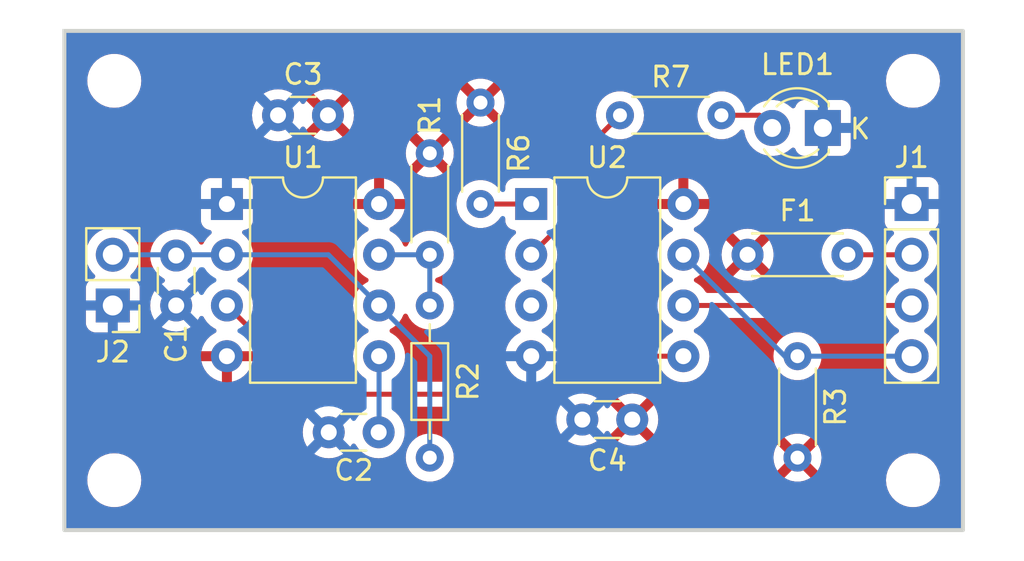
<source format=kicad_pcb>
(kicad_pcb (version 20221018) (generator pcbnew)
  (layers (0 "F.Cu" signal) (31 "B.Cu" signal) (34 "B.Paste" user) (35 "F.Paste" user) (36 "B.SilkS" user "B.Silkscreen") (37 "F.SilkS" user "F.Silkscreen") (38 "B.Mask" user) (39 "F.Mask" user) (44 "Edge.Cuts" user))
  (net 0 "")
  (net 1 "GND")
  (net 2 "Net-(U1-CV)")
  (net 3 "VCC")
  (net 4 "Digital Out")
  (net 5 "Net-(U1-DIS)")
  (net 6 "Sence In")
  (net 7 "Net-(J1-Pin_2)")
  (net 8 "Hold")
  (net 9 "Net-(U2-~{RESET}{slash}PB5)")
  (net 10 "Net-(U2-PB3)")
  (net 11 "Net-(U1-Q)")
  (net 13 "Net-(LED1-A)")
  (footprint "Capacitor_THT:C_Disc_D3.0mm_W1.6mm_P2.50mm" (layer "F.Cu") (at 106.7 85.725)
    (fp_text reference "C3" (at 1.25 -2.05) (layer "F.SilkS"))
    (fp_text value "0.1u")
    (fp_line (start 0.621 -0.92) (end 1.879 -0.92) (stroke (width 0.12)) (layer "F.SilkS"))
    (fp_line (start 0.621 0.92) (end 1.879 0.92) (stroke (width 0.12)) (layer "F.SilkS"))
    (pad "1" thru_hole circle (at 0 0) (size 1.6 1.6) (drill 0.8) (layers "*.Cu" "*.Mask") (net 1 "GND"))
    (pad "2" thru_hole circle (at 2.5 0) (size 1.6 1.6) (drill 0.8) (layers "*.Cu" "*.Mask") (net 3 "VCC"))
  )
  (footprint "MountingHole:MountingHole_2.2mm_M2" (layer "F.Cu") (at 98.5 104)
    (fp_text reference "H4")
    (fp_text value "MountingHole")
    (pad "" np_thru_hole circle (at 0 0) (size 2.2 2.2) (drill 2.2) (layers "*.Cu" "*.Mask"))
  )
  (footprint "MountingHole:MountingHole_2.2mm_M2" (layer "F.Cu") (at 98.5 84)
    (fp_text reference "H1")
    (fp_text value "MountingHole")
    (pad "" np_thru_hole circle (at 0 0) (size 2.2 2.2) (drill 2.2) (layers "*.Cu" "*.Mask"))
  )
  (footprint "MountingHole:MountingHole_2.2mm_M2" (layer "F.Cu") (at 138.5 84)
    (fp_text reference "H2")
    (fp_text value "MountingHole")
    (pad "" np_thru_hole circle (at 0 0) (size 2.2 2.2) (drill 2.2) (layers "*.Cu" "*.Mask"))
  )
  (footprint "Capacitor_THT:C_Disc_D3.0mm_W1.6mm_P2.50mm" (layer "F.Cu") (at 124.44 100.965 180)
    (fp_text reference "C4" (at 1.25 -2.05) (layer "F.SilkS"))
    (fp_text value "0.1u")
    (fp_line (start 0.621 -0.92) (end 1.879 -0.92) (stroke (width 0.12)) (layer "F.SilkS"))
    (fp_line (start 0.621 0.92) (end 1.879 0.92) (stroke (width 0.12)) (layer "F.SilkS"))
    (pad "1" thru_hole circle (at 0 0 180) (size 1.6 1.6) (drill 0.8) (layers "*.Cu" "*.Mask") (net 3 "VCC"))
    (pad "2" thru_hole circle (at 2.5 0 180) (size 1.6 1.6) (drill 0.8) (layers "*.Cu" "*.Mask") (net 1 "GND"))
  )
  (footprint "MountingHole:MountingHole_2.2mm_M2" (layer "F.Cu") (at 138.5 104)
    (fp_text reference "H3")
    (fp_text value "MountingHole")
    (pad "" np_thru_hole circle (at 0 0) (size 2.2 2.2) (drill 2.2) (layers "*.Cu" "*.Mask"))
  )
  (footprint "Resistor_THT:R_Axial_DIN0204_L3.6mm_D1.6mm_P5.08mm_Horizontal" (layer "F.Cu") (at 132.715 102.87 90)
    (fp_text reference "R3" (at 2.54 1.905 90) (layer "F.SilkS"))
    (fp_text value "10k")
    (fp_line (start 0.62 -0.92) (end 4.46 -0.92) (stroke (width 0.12)) (layer "F.SilkS"))
    (fp_line (start 0.62 0.92) (end 4.46 0.92) (stroke (width 0.12)) (layer "F.SilkS"))
    (pad "1" thru_hole circle (at 0 0 90) (size 1.4 1.4) (drill 0.7) (layers "*.Cu" "*.Mask") (net 3 "VCC"))
    (pad "2" thru_hole oval (at 5.08 0 90) (size 1.4 1.4) (drill 0.7) (layers "*.Cu" "*.Mask") (net 8 "Hold"))
  )
  (footprint "Resistor_THT:R_Axial_DIN0204_L3.6mm_D1.6mm_P5.08mm_Horizontal" (layer "F.Cu") (at 123.825 85.725)
    (fp_text reference "R7" (at 2.54 -1.92) (layer "F.SilkS"))
    (fp_text value "1k")
    (fp_line (start 0.62 -0.92) (end 4.46 -0.92) (stroke (width 0.12)) (layer "F.SilkS"))
    (fp_line (start 0.62 0.92) (end 4.46 0.92) (stroke (width 0.12)) (layer "F.SilkS"))
    (pad "1" thru_hole circle (at 0 0) (size 1.4 1.4) (drill 0.7) (layers "*.Cu" "*.Mask") (net 10 "Net-(U2-PB3)"))
    (pad "2" thru_hole oval (at 5.08 0) (size 1.4 1.4) (drill 0.7) (layers "*.Cu" "*.Mask") (net 13 "Net-(LED1-A)"))
  )
  (footprint "Connector_PinHeader_2.54mm:PinHeader_1x02_P2.54mm_Vertical" (layer "F.Cu") (at 98.425 95.25 180)
    (fp_text reference "J2" (at 0 -2.33 180) (layer "F.SilkS"))
    (fp_text value "Pin Header 2P")
    (fp_line (start -1.33 -1.33) (end 0 -1.33) (stroke (width 0.12)) (layer "F.SilkS"))
    (fp_line (start -1.33 0) (end -1.33 -1.33) (stroke (width 0.12)) (layer "F.SilkS"))
    (fp_line (start -1.33 1.27) (end -1.33 3.87) (stroke (width 0.12)) (layer "F.SilkS"))
    (fp_line (start -1.33 1.27) (end 1.33 1.27) (stroke (width 0.12)) (layer "F.SilkS"))
    (fp_line (start -1.33 3.87) (end 1.33 3.87) (stroke (width 0.12)) (layer "F.SilkS"))
    (fp_line (start 1.33 1.27) (end 1.33 3.87) (stroke (width 0.12)) (layer "F.SilkS"))
    (pad "1" thru_hole rect (at 0 0 180) (size 1.7 1.7) (drill 1) (layers "*.Cu" "*.Mask") (net 1 "GND"))
    (pad "2" thru_hole oval (at 0 2.54 180) (size 1.7 1.7) (drill 1) (layers "*.Cu" "*.Mask") (net 6 "Sence In"))
  )
  (footprint "Resistor_THT:R_Axial_DIN0204_L3.6mm_D1.6mm_P7.62mm_Horizontal" (layer "F.Cu") (at 114.3 95.25 -90)
    (fp_text reference "R2" (at 3.81 -1.92 -90) (layer "F.SilkS"))
    (fp_text value "100k 1/6W 1%")
    (fp_line (start 0.94 0) (end 1.89 0) (stroke (width 0.12)) (layer "F.SilkS"))
    (fp_line (start 1.89 -0.92) (end 1.89 0.92) (stroke (width 0.12)) (layer "F.SilkS"))
    (fp_line (start 1.89 0.92) (end 5.73 0.92) (stroke (width 0.12)) (layer "F.SilkS"))
    (fp_line (start 5.73 -0.92) (end 1.89 -0.92) (stroke (width 0.12)) (layer "F.SilkS"))
    (fp_line (start 5.73 0.92) (end 5.73 -0.92) (stroke (width 0.12)) (layer "F.SilkS"))
    (fp_line (start 6.68 0) (end 5.73 0) (stroke (width 0.12)) (layer "F.SilkS"))
    (pad "1" thru_hole circle (at 0 0 270) (size 1.4 1.4) (drill 0.7) (layers "*.Cu" "*.Mask") (net 5 "Net-(U1-DIS)"))
    (pad "2" thru_hole oval (at 7.62 0 270) (size 1.4 1.4) (drill 0.7) (layers "*.Cu" "*.Mask") (net 6 "Sence In"))
  )
  (footprint "Capacitor_THT:C_Disc_D3.0mm_W1.6mm_P2.50mm" (layer "F.Cu") (at 109.24 101.6)
    (fp_text reference "C2" (at 1.25 1.905) (layer "F.SilkS"))
    (fp_text value "0.01u")
    (fp_line (start 0.621 -0.92) (end 1.879 -0.92) (stroke (width 0.12)) (layer "F.SilkS"))
    (fp_line (start 0.621 0.92) (end 1.879 0.92) (stroke (width 0.12)) (layer "F.SilkS"))
    (pad "1" thru_hole circle (at 0 0) (size 1.6 1.6) (drill 0.8) (layers "*.Cu" "*.Mask") (net 1 "GND"))
    (pad "2" thru_hole circle (at 2.5 0) (size 1.6 1.6) (drill 0.8) (layers "*.Cu" "*.Mask") (net 2 "Net-(U1-CV)"))
  )
  (footprint "Capacitor_THT:C_Disc_D3.0mm_W1.6mm_P2.50mm" (layer "F.Cu") (at 101.6 95.25 90)
    (fp_text reference "C1" (at -1.925 0 90) (layer "F.SilkS"))
    (fp_text value "22p")
    (fp_line (start 0.621 -0.92) (end 1.879 -0.92) (stroke (width 0.12)) (layer "F.SilkS"))
    (fp_line (start 0.621 0.92) (end 1.879 0.92) (stroke (width 0.12)) (layer "F.SilkS"))
    (pad "1" thru_hole circle (at 0 0 90) (size 1.6 1.6) (drill 0.8) (layers "*.Cu" "*.Mask") (net 1 "GND"))
    (pad "2" thru_hole circle (at 2.5 0 90) (size 1.6 1.6) (drill 0.8) (layers "*.Cu" "*.Mask") (net 6 "Sence In"))
  )
  (footprint "Package_DIP:DIP-8_W7.62mm" (layer "F.Cu") (at 119.38 90.17)
    (fp_text reference "U2" (at 3.8 -2.33) (layer "F.SilkS"))
    (fp_text value "ATtiny13A-P")
    (fp_line (start 1.16 -1.33) (end 1.16 8.95) (stroke (width 0.12)) (layer "F.SilkS"))
    (fp_line (start 1.16 8.95) (end 6.46 8.95) (stroke (width 0.12)) (layer "F.SilkS"))
    (fp_line (start 2.81 -1.33) (end 1.16 -1.33) (stroke (width 0.12)) (layer "F.SilkS"))
    (fp_line (start 6.46 -1.33) (end 4.81 -1.33) (stroke (width 0.12)) (layer "F.SilkS"))
    (fp_line (start 6.46 8.95) (end 6.46 -1.33) (stroke (width 0.12)) (layer "F.SilkS"))
    (fp_arc (start 4.81 -1.33) (mid 3.81 -0.33) (end 2.81 -1.33) (stroke (width 0.12)) (layer "F.SilkS"))
    (pad "1" thru_hole rect (at 0 0) (size 1.6 1.6) (drill 0.8) (layers "*.Cu" "*.Mask") (net 9 "Net-(U2-~{RESET}{slash}PB5)"))
    (pad "2" thru_hole oval (at 0 2.54) (size 1.6 1.6) (drill 0.8) (layers "*.Cu" "*.Mask") (net 10 "Net-(U2-PB3)"))
    (pad "3" thru_hole oval (at 0 5.08) (size 1.6 1.6) (drill 0.8) (layers "*.Cu" "*.Mask"))
    (pad "4" thru_hole oval (at 0 7.62) (size 1.6 1.6) (drill 0.8) (layers "*.Cu" "*.Mask") (net 1 "GND"))
    (pad "5" thru_hole oval (at 7.62 7.62) (size 1.6 1.6) (drill 0.8) (layers "*.Cu" "*.Mask") (net 11 "Net-(U1-Q)"))
    (pad "6" thru_hole oval (at 7.62 5.08) (size 1.6 1.6) (drill 0.8) (layers "*.Cu" "*.Mask") (net 4 "Digital Out"))
    (pad "7" thru_hole oval (at 7.62 2.54) (size 1.6 1.6) (drill 0.8) (layers "*.Cu" "*.Mask") (net 8 "Hold"))
    (pad "8" thru_hole oval (at 7.62 0) (size 1.6 1.6) (drill 0.8) (layers "*.Cu" "*.Mask") (net 3 "VCC"))
  )
  (footprint "Package_DIP:DIP-8_W7.62mm" (layer "F.Cu") (at 104.14 90.17)
    (fp_text reference "U1" (at 3.81 -2.33) (layer "F.SilkS"))
    (fp_text value "NE555P")
    (fp_line (start 1.16 -1.33) (end 1.16 8.95) (stroke (width 0.12)) (layer "F.SilkS"))
    (fp_line (start 1.16 8.95) (end 6.46 8.95) (stroke (width 0.12)) (layer "F.SilkS"))
    (fp_line (start 2.81 -1.33) (end 1.16 -1.33) (stroke (width 0.12)) (layer "F.SilkS"))
    (fp_line (start 6.46 -1.33) (end 4.81 -1.33) (stroke (width 0.12)) (layer "F.SilkS"))
    (fp_line (start 6.46 8.95) (end 6.46 -1.33) (stroke (width 0.12)) (layer "F.SilkS"))
    (fp_arc (start 4.81 -1.33) (mid 3.81 -0.33) (end 2.81 -1.33) (stroke (width 0.12)) (layer "F.SilkS"))
    (pad "1" thru_hole rect (at 0 0) (size 1.6 1.6) (drill 0.8) (layers "*.Cu" "*.Mask") (net 1 "GND"))
    (pad "2" thru_hole oval (at 0 2.54) (size 1.6 1.6) (drill 0.8) (layers "*.Cu" "*.Mask") (net 6 "Sence In"))
    (pad "3" thru_hole oval (at 0 5.08) (size 1.6 1.6) (drill 0.8) (layers "*.Cu" "*.Mask") (net 11 "Net-(U1-Q)"))
    (pad "4" thru_hole oval (at 0 7.62) (size 1.6 1.6) (drill 0.8) (layers "*.Cu" "*.Mask") (net 3 "VCC"))
    (pad "5" thru_hole oval (at 7.62 7.62) (size 1.6 1.6) (drill 0.8) (layers "*.Cu" "*.Mask") (net 2 "Net-(U1-CV)"))
    (pad "6" thru_hole oval (at 7.62 5.08) (size 1.6 1.6) (drill 0.8) (layers "*.Cu" "*.Mask") (net 6 "Sence In"))
    (pad "7" thru_hole oval (at 7.62 2.54) (size 1.6 1.6) (drill 0.8) (layers "*.Cu" "*.Mask") (net 5 "Net-(U1-DIS)"))
    (pad "8" thru_hole oval (at 7.62 0) (size 1.6 1.6) (drill 0.8) (layers "*.Cu" "*.Mask") (net 3 "VCC"))
  )
  (footprint "Capacitor_THT:C_Disc_D4.3mm_W1.9mm_P5.00mm" (layer "F.Cu") (at 130.215 92.71)
    (fp_text reference "F1" (at 2.5 -2.2) (layer "F.SilkS"))
    (fp_text value "Polyfuse")
    (fp_line (start 0.23 -1.07) (end 0.23 -1.055) (stroke (width 0.12)) (layer "F.SilkS"))
    (fp_line (start 0.23 -1.07) (end 4.77 -1.07) (stroke (width 0.12)) (layer "F.SilkS"))
    (fp_line (start 0.23 1.055) (end 0.23 1.07) (stroke (width 0.12)) (layer "F.SilkS"))
    (fp_line (start 0.23 1.07) (end 4.77 1.07) (stroke (width 0.12)) (layer "F.SilkS"))
    (fp_line (start 4.77 -1.07) (end 4.77 -1.055) (stroke (width 0.12)) (layer "F.SilkS"))
    (fp_line (start 4.77 1.055) (end 4.77 1.07) (stroke (width 0.12)) (layer "F.SilkS"))
    (pad "1" thru_hole circle (at 0 0) (size 1.6 1.6) (drill 0.8) (layers "*.Cu" "*.Mask") (net 3 "VCC"))
    (pad "2" thru_hole circle (at 5 0) (size 1.6 1.6) (drill 0.8) (layers "*.Cu" "*.Mask") (net 7 "Net-(J1-Pin_2)"))
  )
  (footprint "LED_THT:LED_D3.0mm" (layer "F.Cu") (at 133.985 86.36 180)
    (fp_text reference "LED1" (at 1.27 3.175) (layer "F.SilkS"))
    (fp_text value "LED")
    (fp_line (start -0.29 -1.236) (end -0.29 -1.08) (stroke (width 0.12)) (layer "F.SilkS"))
    (fp_line (start -0.29 1.08) (end -0.29 1.236) (stroke (width 0.12)) (layer "F.SilkS"))
    (fp_arc (start -0.29 -1.235516) (mid 1.366487 -1.987659) (end 2.942335 -1.078608) (stroke (width 0.12)) (layer "F.SilkS"))
    (fp_arc (start 0.229039 -1.08) (mid 1.270117 -1.5) (end 2.31113 -1.079837) (stroke (width 0.12)) (layer "F.SilkS"))
    (fp_arc (start 2.31113 1.079837) (mid 1.270117 1.5) (end 0.229039 1.08) (stroke (width 0.12)) (layer "F.SilkS"))
    (fp_arc (start 2.942335 1.078608) (mid 1.366487 1.987659) (end -0.29 1.235516) (stroke (width 0.12)) (layer "F.SilkS"))
    (pad "1" thru_hole rect (at 0 0 180) (size 1.8 1.8) (drill 0.9) (layers "*.Cu" "*.Mask") (net 1 "GND"))
    (pad "2" thru_hole circle (at 2.54 0 180) (size 1.8 1.8) (drill 0.9) (layers "*.Cu" "*.Mask") (net 13 "Net-(LED1-A)"))
  )
  (footprint "Resistor_THT:R_Axial_DIN0204_L3.6mm_D1.6mm_P5.08mm_Horizontal" (layer "F.Cu") (at 116.84 85.09 -90)
    (fp_text reference "R6" (at 2.54 -1.92 90) (layer "F.SilkS"))
    (fp_text value "1k")
    (fp_line (start 0.62 -0.92) (end 4.46 -0.92) (stroke (width 0.12)) (layer "F.SilkS"))
    (fp_line (start 0.62 0.92) (end 4.46 0.92) (stroke (width 0.12)) (layer "F.SilkS"))
    (pad "1" thru_hole circle (at 0 0 270) (size 1.4 1.4) (drill 0.7) (layers "*.Cu" "*.Mask") (net 3 "VCC"))
    (pad "2" thru_hole oval (at 5.08 0 270) (size 1.4 1.4) (drill 0.7) (layers "*.Cu" "*.Mask") (net 9 "Net-(U2-~{RESET}{slash}PB5)"))
  )
  (footprint "Connector_PinHeader_2.54mm:PinHeader_1x04_P2.54mm_Vertical" (layer "F.Cu") (at 138.43 90.17)
    (fp_text reference "J1" (at 0 -2.33) (layer "F.SilkS"))
    (fp_text value "Pin Header 4P")
    (fp_line (start -1.33 -1.33) (end 0 -1.33) (stroke (width 0.12)) (layer "F.SilkS"))
    (fp_line (start -1.33 0) (end -1.33 -1.33) (stroke (width 0.12)) (layer "F.SilkS"))
    (fp_line (start -1.33 1.27) (end -1.33 8.95) (stroke (width 0.12)) (layer "F.SilkS"))
    (fp_line (start -1.33 1.27) (end 1.33 1.27) (stroke (width 0.12)) (layer "F.SilkS"))
    (fp_line (start -1.33 8.95) (end 1.33 8.95) (stroke (width 0.12)) (layer "F.SilkS"))
    (fp_line (start 1.33 1.27) (end 1.33 8.95) (stroke (width 0.12)) (layer "F.SilkS"))
    (pad "1" thru_hole rect (at 0 0) (size 1.7 1.7) (drill 1) (layers "*.Cu" "*.Mask") (net 1 "GND"))
    (pad "2" thru_hole oval (at 0 2.54) (size 1.7 1.7) (drill 1) (layers "*.Cu" "*.Mask") (net 7 "Net-(J1-Pin_2)"))
    (pad "3" thru_hole oval (at 0 5.08) (size 1.7 1.7) (drill 1) (layers "*.Cu" "*.Mask") (net 4 "Digital Out"))
    (pad "4" thru_hole oval (at 0 7.62) (size 1.7 1.7) (drill 1) (layers "*.Cu" "*.Mask") (net 8 "Hold"))
  )
  (footprint "Resistor_THT:R_Axial_DIN0204_L3.6mm_D1.6mm_P5.08mm_Horizontal" (layer "F.Cu") (at 114.3 87.63 -90)
    (fp_text reference "R1" (at -1.905 0 90) (layer "F.SilkS"))
    (fp_text value "10k 1/6W 1%")
    (fp_line (start 0.62 -0.92) (end 4.46 -0.92) (stroke (width 0.12)) (layer "F.SilkS"))
    (fp_line (start 0.62 0.92) (end 4.46 0.92) (stroke (width 0.12)) (layer "F.SilkS"))
    (pad "1" thru_hole circle (at 0 0 270) (size 1.4 1.4) (drill 0.7) (layers "*.Cu" "*.Mask") (net 3 "VCC"))
    (pad "2" thru_hole oval (at 5.08 0 270) (size 1.4 1.4) (drill 0.7) (layers "*.Cu" "*.Mask") (net 5 "Net-(U1-DIS)"))
  )
  (gr_rect (start 96 81.5) (end 141 106.5) (stroke (width 0.2)) (fill none) (layer "Edge.Cuts"))
  (gr_text "K" (at 135.255 86.995) (layer "F.SilkS") (effects (font (size 1 1)) (justify left bottom)))
  (segment (start 111.76 101.58) (end 111.74 101.6) (width 0.25) (layer "B.Cu") (net 2))
  (segment (start 111.76 97.79) (end 111.76 101.58) (width 0.25) (layer "B.Cu") (net 2))
  (segment (start 138.43 95.25) (end 127 95.25) (width 0.25) (layer "F.Cu") (net 4))
  (segment (start 114.3 92.71) (end 114.3 95.25) (width 0.25) (layer "B.Cu") (net 5))
  (segment (start 111.76 92.71) (end 114.3 92.71) (width 0.25) (layer "B.Cu") (net 5))
  (segment (start 111.76 95.25) (end 114.3 97.79) (width 0.25) (layer "B.Cu") (net 6))
  (segment (start 98.425 92.71) (end 109.22 92.71) (width 0.25) (layer "B.Cu") (net 6))
  (segment (start 114.3 97.79) (end 114.3 102.87) (width 0.25) (layer "B.Cu") (net 6))
  (segment (start 109.22 92.71) (end 111.76 95.25) (width 0.25) (layer "B.Cu") (net 6))
  (segment (start 135.215 92.71) (end 138.43 92.71) (width 0.25) (layer "F.Cu") (net 7))
  (segment (start 138.43 97.79) (end 132.715 97.79) (width 0.25) (layer "B.Cu") (net 8))
  (segment (start 132.08 97.79) (end 132.715 97.79) (width 0.25) (layer "B.Cu") (net 8))
  (segment (start 127 92.71) (end 132.08 97.79) (width 0.25) (layer "B.Cu") (net 8))
  (segment (start 116.84 90.17) (end 119.38 90.17) (width 0.25) (layer "F.Cu") (net 9))
  (segment (start 121.92 87.63) (end 121.92 90.17) (width 0.25) (layer "F.Cu") (net 10))
  (segment (start 123.825 85.725) (end 121.92 87.63) (width 0.25) (layer "F.Cu") (net 10))
  (segment (start 121.92 90.17) (end 119.38 92.71) (width 0.25) (layer "F.Cu") (net 10))
  (segment (start 108.585 99.695) (end 120.65 99.695) (width 0.25) (layer "F.Cu") (net 11))
  (segment (start 122.555 97.79) (end 127 97.79) (width 0.25) (layer "F.Cu") (net 11))
  (segment (start 120.65 99.695) (end 122.555 97.79) (width 0.25) (layer "F.Cu") (net 11))
  (segment (start 104.14 95.25) (end 108.585 99.695) (width 0.25) (layer "F.Cu") (net 11))
  (segment (start 130.81 85.725) (end 131.445 86.36) (width 0.25) (layer "F.Cu") (net 13))
  (segment (start 128.905 85.725) (end 130.81 85.725) (width 0.25) (layer "F.Cu") (net 13))
  (zone (net 3) (net_name "VCC") (layer "F.Cu") (priority 1) (connect_pads (clearance 0.5)) (min_thickness 0.25) (fill yes (thermal_gap 0.5) (thermal_bridge_width 0.5))
    (polygon (pts (xy 95.885 81.28) (xy 95.885 106.68) (xy 140.97 106.68) (xy 140.97 81.28)))
  )
  (zone (net 1) (net_name "GND") (layer "B.Cu") (connect_pads (clearance 0.5)) (min_thickness 0.25) (fill yes (thermal_gap 0.5) (thermal_bridge_width 0.5))
    (polygon (pts (xy 95.885 81.28) (xy 95.885 106.68) (xy 140.97 106.68) (xy 140.97 81.28)))
  )
)
</source>
